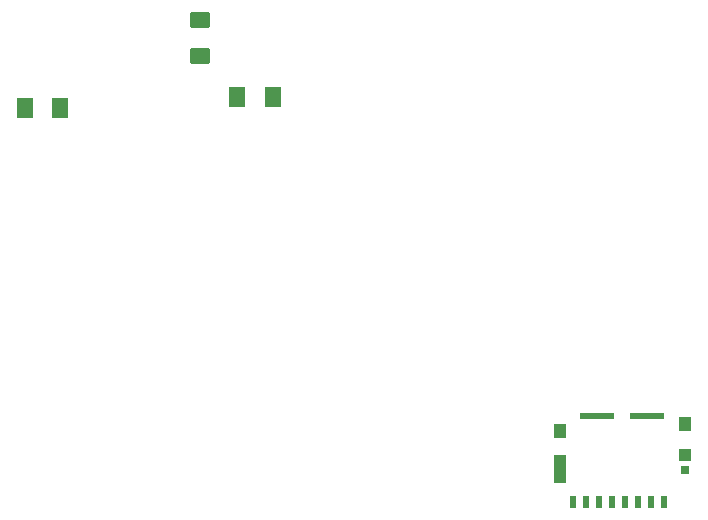
<source format=gbr>
%TF.GenerationSoftware,KiCad,Pcbnew,(6.0.2)*%
%TF.CreationDate,2022-04-05T12:49:12-06:00*%
%TF.ProjectId,PowerBook_F4_THTV1,506f7765-7242-46f6-9f6b-5f46345f5448,rev?*%
%TF.SameCoordinates,Original*%
%TF.FileFunction,Paste,Top*%
%TF.FilePolarity,Positive*%
%FSLAX46Y46*%
G04 Gerber Fmt 4.6, Leading zero omitted, Abs format (unit mm)*
G04 Created by KiCad (PCBNEW (6.0.2)) date 2022-04-05 12:49:12*
%MOMM*%
%LPD*%
G01*
G04 APERTURE LIST*
G04 Aperture macros list*
%AMRoundRect*
0 Rectangle with rounded corners*
0 $1 Rounding radius*
0 $2 $3 $4 $5 $6 $7 $8 $9 X,Y pos of 4 corners*
0 Add a 4 corners polygon primitive as box body*
4,1,4,$2,$3,$4,$5,$6,$7,$8,$9,$2,$3,0*
0 Add four circle primitives for the rounded corners*
1,1,$1+$1,$2,$3*
1,1,$1+$1,$4,$5*
1,1,$1+$1,$6,$7*
1,1,$1+$1,$8,$9*
0 Add four rect primitives between the rounded corners*
20,1,$1+$1,$2,$3,$4,$5,0*
20,1,$1+$1,$4,$5,$6,$7,0*
20,1,$1+$1,$6,$7,$8,$9,0*
20,1,$1+$1,$8,$9,$2,$3,0*%
G04 Aperture macros list end*
%ADD10R,2.910000X0.550000*%
%ADD11R,0.500000X1.000000*%
%ADD12R,0.720000X0.780000*%
%ADD13R,1.050000X1.200000*%
%ADD14R,1.050000X2.390000*%
%ADD15R,1.050000X1.080000*%
%ADD16RoundRect,0.250001X0.462499X0.624999X-0.462499X0.624999X-0.462499X-0.624999X0.462499X-0.624999X0*%
%ADD17RoundRect,0.250001X0.624999X-0.462499X0.624999X0.462499X-0.624999X0.462499X-0.624999X-0.462499X0*%
%ADD18RoundRect,0.250001X-0.462499X-0.624999X0.462499X-0.624999X0.462499X0.624999X-0.462499X0.624999X0*%
G04 APERTURE END LIST*
D10*
%TO.C,SD1*%
X132818680Y-98539520D03*
X137008680Y-98539520D03*
D11*
X138513680Y-105774520D03*
X137413680Y-105774520D03*
X136313680Y-105774520D03*
X135213680Y-105774520D03*
X134113680Y-105774520D03*
X133013680Y-105774520D03*
X131913680Y-105774520D03*
X130813680Y-105774520D03*
D12*
X140273680Y-103094520D03*
D13*
X129638680Y-99784520D03*
D14*
X129638680Y-102969520D03*
D13*
X140283680Y-99214520D03*
D15*
X140273680Y-101824520D03*
%TD*%
D16*
%TO.C,C1*%
X105340054Y-71538633D03*
X102365054Y-71538633D03*
%TD*%
D17*
%TO.C,C2*%
X99233895Y-67997873D03*
X99233895Y-65022873D03*
%TD*%
D18*
%TO.C,C3*%
X84400060Y-72450960D03*
X87375060Y-72450960D03*
%TD*%
M02*

</source>
